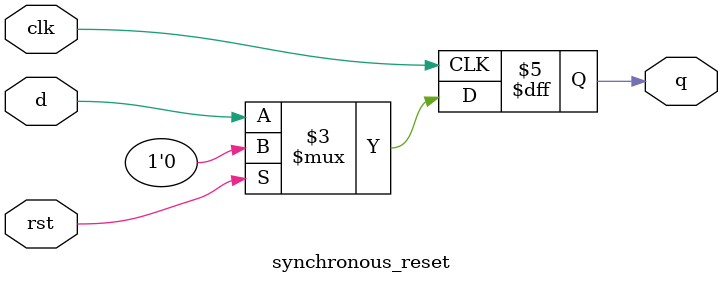
<source format=v>
module synchronous_reset(clk,rst,d,q);
  input clk,rst,d;
  output reg q;
  
  always@(posedge clk) begin
    if(rst) q<=1'b0;
    else q<=d;
  end
  
endmodule

</source>
